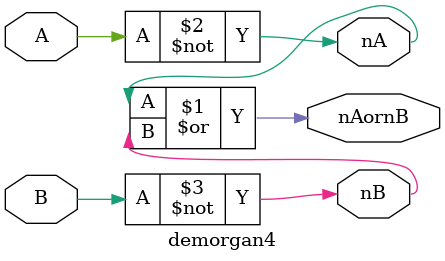
<source format=v>
module demorgan
(
  //~A~B
  input  A,          // Single bit inputs
  input  B,
  output nA,         // Output intermediate complemented inputs
  output nB,
  output nAandnB    // Single bit output, (~A)*(~B)

);
  wire nA;
  wire nB;
  not Ainv(nA, A);    // Top inverter is named Ainv, takes signal A as input and produces signal nA
  not Binv(nB, B);
  and andgate(nAandnB, nA, nB);   // AND gate produces nAandnB from nA and nB

endmodule
//________________________________________________________________________________________________
module demorgan2
(
  //~(A+B)
    input  A,          // Single bit inputs
    input  B,
    output AorB,
    output nAorB  //Single bit output, ~(A+B)
);
    or orgate(AorB,A,B);   //OR gate produces nAorB from A and B
    not invAorB(nAorB, AorB);

endmodule
//____________________________________________________________________________________________
module demorgan3
(
  //~(AB)
    input A,
    input B,
    output AandB,
    output nAandB
);
    and AandBgate(AandB, A, B); 
    not invAandB(nAandB, AandB);

endmodule
//_______________________________________________________________________________________________________
module demorgan4
(
  //~A+~B
    input A,
    input B,
    output nA,
    output nB,
    output nAornB
);
    not Ainv(nA,A);
    not Binv(nB,B);
    or orgate(nAornB,nA,nB);

endmodule
</source>
